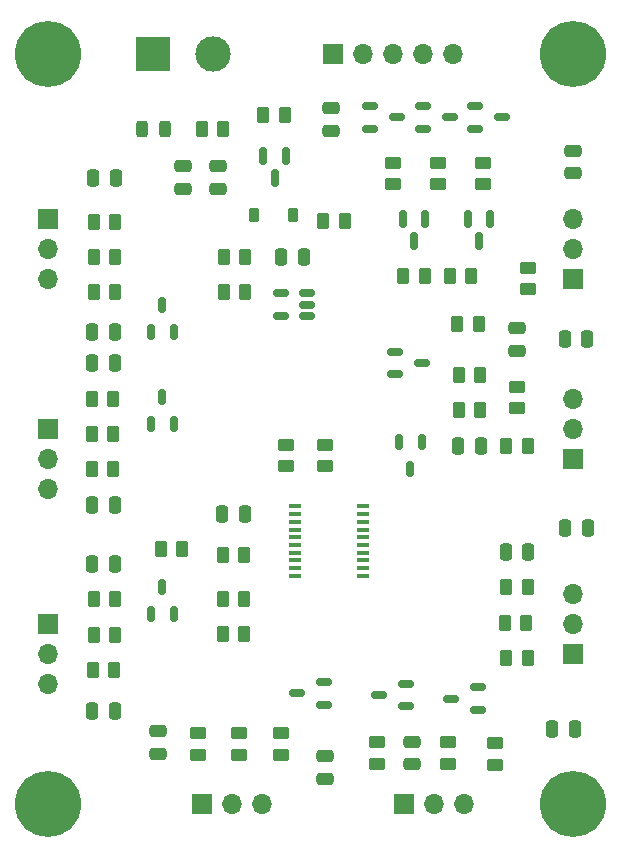
<source format=gbr>
%TF.GenerationSoftware,KiCad,Pcbnew,7.0.5*%
%TF.CreationDate,2023-09-16T15:28:57-07:00*%
%TF.ProjectId,PCF8574DIOI2C,50434638-3537-4344-9449-4f4932432e6b,rev?*%
%TF.SameCoordinates,Original*%
%TF.FileFunction,Soldermask,Top*%
%TF.FilePolarity,Negative*%
%FSLAX46Y46*%
G04 Gerber Fmt 4.6, Leading zero omitted, Abs format (unit mm)*
G04 Created by KiCad (PCBNEW 7.0.5) date 2023-09-16 15:28:57*
%MOMM*%
%LPD*%
G01*
G04 APERTURE LIST*
G04 Aperture macros list*
%AMRoundRect*
0 Rectangle with rounded corners*
0 $1 Rounding radius*
0 $2 $3 $4 $5 $6 $7 $8 $9 X,Y pos of 4 corners*
0 Add a 4 corners polygon primitive as box body*
4,1,4,$2,$3,$4,$5,$6,$7,$8,$9,$2,$3,0*
0 Add four circle primitives for the rounded corners*
1,1,$1+$1,$2,$3*
1,1,$1+$1,$4,$5*
1,1,$1+$1,$6,$7*
1,1,$1+$1,$8,$9*
0 Add four rect primitives between the rounded corners*
20,1,$1+$1,$2,$3,$4,$5,0*
20,1,$1+$1,$4,$5,$6,$7,0*
20,1,$1+$1,$6,$7,$8,$9,0*
20,1,$1+$1,$8,$9,$2,$3,0*%
G04 Aperture macros list end*
%ADD10RoundRect,0.250000X0.450000X-0.262500X0.450000X0.262500X-0.450000X0.262500X-0.450000X-0.262500X0*%
%ADD11RoundRect,0.150000X-0.512500X-0.150000X0.512500X-0.150000X0.512500X0.150000X-0.512500X0.150000X0*%
%ADD12RoundRect,0.250000X-0.262500X-0.450000X0.262500X-0.450000X0.262500X0.450000X-0.262500X0.450000X0*%
%ADD13RoundRect,0.250000X-0.475000X0.250000X-0.475000X-0.250000X0.475000X-0.250000X0.475000X0.250000X0*%
%ADD14RoundRect,0.150000X0.150000X-0.512500X0.150000X0.512500X-0.150000X0.512500X-0.150000X-0.512500X0*%
%ADD15RoundRect,0.250000X0.250000X0.475000X-0.250000X0.475000X-0.250000X-0.475000X0.250000X-0.475000X0*%
%ADD16R,1.700000X1.700000*%
%ADD17O,1.700000X1.700000*%
%ADD18RoundRect,0.250000X0.262500X0.450000X-0.262500X0.450000X-0.262500X-0.450000X0.262500X-0.450000X0*%
%ADD19C,5.600000*%
%ADD20RoundRect,0.250000X-0.450000X0.262500X-0.450000X-0.262500X0.450000X-0.262500X0.450000X0.262500X0*%
%ADD21RoundRect,0.225000X-0.225000X-0.375000X0.225000X-0.375000X0.225000X0.375000X-0.225000X0.375000X0*%
%ADD22RoundRect,0.250000X-0.250000X-0.475000X0.250000X-0.475000X0.250000X0.475000X-0.250000X0.475000X0*%
%ADD23RoundRect,0.250000X0.475000X-0.250000X0.475000X0.250000X-0.475000X0.250000X-0.475000X-0.250000X0*%
%ADD24R,3.000000X3.000000*%
%ADD25C,3.000000*%
%ADD26RoundRect,0.150000X0.512500X0.150000X-0.512500X0.150000X-0.512500X-0.150000X0.512500X-0.150000X0*%
%ADD27RoundRect,0.243750X-0.243750X-0.456250X0.243750X-0.456250X0.243750X0.456250X-0.243750X0.456250X0*%
%ADD28RoundRect,0.150000X-0.150000X0.512500X-0.150000X-0.512500X0.150000X-0.512500X0.150000X0.512500X0*%
%ADD29RoundRect,0.150000X-0.150000X0.587500X-0.150000X-0.587500X0.150000X-0.587500X0.150000X0.587500X0*%
%ADD30R,1.000000X0.400000*%
G04 APERTURE END LIST*
D10*
%TO.C,R19*%
X154000000Y-80825000D03*
X154000000Y-79000000D03*
%TD*%
D11*
%TO.C,D17*%
X146050000Y-55250000D03*
X146050000Y-57150000D03*
X148325000Y-56200000D03*
%TD*%
D12*
%TO.C,R22*%
X118175000Y-100000000D03*
X120000000Y-100000000D03*
%TD*%
D13*
%TO.C,C8*%
X125730000Y-60330000D03*
X125730000Y-62230000D03*
%TD*%
D11*
%TO.C,D2*%
X150500000Y-55250000D03*
X150500000Y-57150000D03*
X152775000Y-56200000D03*
%TD*%
D14*
%TO.C,D25*%
X123050000Y-82137500D03*
X124950000Y-82137500D03*
X124000000Y-79862500D03*
%TD*%
D12*
%TO.C,R16*%
X149087500Y-81000000D03*
X150912500Y-81000000D03*
%TD*%
D15*
%TO.C,C20*%
X150950000Y-84000000D03*
X149050000Y-84000000D03*
%TD*%
D16*
%TO.C,J7*%
X114300000Y-99075000D03*
D17*
X114300000Y-101615000D03*
X114300000Y-104155000D03*
%TD*%
D16*
%TO.C,J5*%
X127365000Y-114300000D03*
D17*
X129905000Y-114300000D03*
X132445000Y-114300000D03*
%TD*%
D18*
%TO.C,R18*%
X150912500Y-78000000D03*
X149087500Y-78000000D03*
%TD*%
D19*
%TO.C,J2*%
X158750000Y-50800000D03*
%TD*%
D18*
%TO.C,R32*%
X120000000Y-70950000D03*
X118175000Y-70950000D03*
%TD*%
D20*
%TO.C,R10*%
X134000000Y-108337500D03*
X134000000Y-110162500D03*
%TD*%
D21*
%TO.C,D3*%
X131750000Y-64500000D03*
X135050000Y-64500000D03*
%TD*%
D22*
%TO.C,C23*%
X118050000Y-106440000D03*
X119950000Y-106440000D03*
%TD*%
D16*
%TO.C,J8*%
X114300000Y-82565000D03*
D17*
X114300000Y-85105000D03*
X114300000Y-87645000D03*
%TD*%
D12*
%TO.C,R40*%
X144397500Y-69645000D03*
X146222500Y-69645000D03*
%TD*%
D15*
%TO.C,C6*%
X119950000Y-94000000D03*
X118050000Y-94000000D03*
%TD*%
D22*
%TO.C,C19*%
X134050000Y-68000000D03*
X135950000Y-68000000D03*
%TD*%
D23*
%TO.C,C39*%
X158750000Y-60950000D03*
X158750000Y-59050000D03*
%TD*%
D12*
%TO.C,R25*%
X118175000Y-68000000D03*
X120000000Y-68000000D03*
%TD*%
D24*
%TO.C,J15*%
X123190000Y-50800000D03*
D25*
X128270000Y-50800000D03*
%TD*%
D18*
%TO.C,R8*%
X154912500Y-102000000D03*
X153087500Y-102000000D03*
%TD*%
D16*
%TO.C,J14*%
X158750000Y-69850000D03*
D17*
X158750000Y-67310000D03*
X158750000Y-64770000D03*
%TD*%
D18*
%TO.C,R3*%
X130912500Y-93250000D03*
X129087500Y-93250000D03*
%TD*%
D22*
%TO.C,C2*%
X158050000Y-75000000D03*
X159950000Y-75000000D03*
%TD*%
D20*
%TO.C,R42*%
X143510000Y-60047500D03*
X143510000Y-61872500D03*
%TD*%
D26*
%TO.C,D4*%
X137668000Y-105918000D03*
X137668000Y-104018000D03*
X135393000Y-104968000D03*
%TD*%
%TO.C,U6*%
X136275000Y-73000000D03*
X136275000Y-72050000D03*
X136275000Y-71100000D03*
X134000000Y-71100000D03*
X134000000Y-73000000D03*
%TD*%
D16*
%TO.C,J13*%
X158750000Y-85090000D03*
D17*
X158750000Y-82550000D03*
X158750000Y-80010000D03*
%TD*%
D16*
%TO.C,J12*%
X144475000Y-114300000D03*
D17*
X147015000Y-114300000D03*
X149555000Y-114300000D03*
%TD*%
D12*
%TO.C,R12*%
X118175000Y-65050000D03*
X120000000Y-65050000D03*
%TD*%
D13*
%TO.C,C4*%
X123619000Y-108189000D03*
X123619000Y-110089000D03*
%TD*%
D10*
%TO.C,R7*%
X127000000Y-110162500D03*
X127000000Y-108337500D03*
%TD*%
D14*
%TO.C,D29*%
X123050000Y-74350000D03*
X124950000Y-74350000D03*
X124000000Y-72075000D03*
%TD*%
D20*
%TO.C,R29*%
X154940000Y-68937500D03*
X154940000Y-70762500D03*
%TD*%
D15*
%TO.C,C7*%
X119950000Y-77000000D03*
X118050000Y-77000000D03*
%TD*%
D18*
%TO.C,R6*%
X130912500Y-99950000D03*
X129087500Y-99950000D03*
%TD*%
D12*
%TO.C,R9*%
X118175000Y-97000000D03*
X120000000Y-97000000D03*
%TD*%
D18*
%TO.C,R28*%
X119825000Y-85950000D03*
X118000000Y-85950000D03*
%TD*%
D16*
%TO.C,J11*%
X114300000Y-64785000D03*
D17*
X114300000Y-67325000D03*
X114300000Y-69865000D03*
%TD*%
D18*
%TO.C,R27*%
X154912500Y-84000000D03*
X153087500Y-84000000D03*
%TD*%
%TO.C,R21*%
X154825000Y-99000000D03*
X153000000Y-99000000D03*
%TD*%
D20*
%TO.C,R1*%
X137750000Y-83925000D03*
X137750000Y-85750000D03*
%TD*%
D10*
%TO.C,R20*%
X130500000Y-110162500D03*
X130500000Y-108337500D03*
%TD*%
D22*
%TO.C,C27*%
X118050000Y-89000000D03*
X119950000Y-89000000D03*
%TD*%
D13*
%TO.C,C9*%
X137750000Y-110300000D03*
X137750000Y-112200000D03*
%TD*%
D22*
%TO.C,C5*%
X153050000Y-93000000D03*
X154950000Y-93000000D03*
%TD*%
D12*
%TO.C,R11*%
X118000000Y-80050000D03*
X119825000Y-80050000D03*
%TD*%
D20*
%TO.C,R41*%
X147320000Y-60047500D03*
X147320000Y-61872500D03*
%TD*%
D15*
%TO.C,C1*%
X130950000Y-89750000D03*
X129050000Y-89750000D03*
%TD*%
D18*
%TO.C,R4*%
X125662500Y-92750000D03*
X123837500Y-92750000D03*
%TD*%
D12*
%TO.C,R58*%
X129175000Y-70950000D03*
X131000000Y-70950000D03*
%TD*%
D20*
%TO.C,R36*%
X152146000Y-109196500D03*
X152146000Y-111021500D03*
%TD*%
D27*
%TO.C,D5*%
X122302500Y-57230000D03*
X124177500Y-57230000D03*
%TD*%
D26*
%TO.C,D11*%
X150738000Y-106360000D03*
X150738000Y-104460000D03*
X148463000Y-105410000D03*
%TD*%
D12*
%TO.C,R23*%
X118000000Y-83000000D03*
X119825000Y-83000000D03*
%TD*%
D11*
%TO.C,D18*%
X141600000Y-55250000D03*
X141600000Y-57150000D03*
X143875000Y-56200000D03*
%TD*%
D13*
%TO.C,C21*%
X154000000Y-74050000D03*
X154000000Y-75950000D03*
%TD*%
D19*
%TO.C,J3*%
X114300000Y-114300000D03*
%TD*%
D15*
%TO.C,C13*%
X160000000Y-91000000D03*
X158100000Y-91000000D03*
%TD*%
D26*
%TO.C,D33*%
X144653000Y-106045000D03*
X144653000Y-104145000D03*
X142378000Y-105095000D03*
%TD*%
D18*
%TO.C,R44*%
X134375000Y-56000000D03*
X132550000Y-56000000D03*
%TD*%
%TO.C,R39*%
X150135000Y-69645000D03*
X148310000Y-69645000D03*
%TD*%
%TO.C,R50*%
X150772500Y-73660000D03*
X148947500Y-73660000D03*
%TD*%
D28*
%TO.C,D1*%
X145950000Y-83725000D03*
X144050000Y-83725000D03*
X145000000Y-86000000D03*
%TD*%
D29*
%TO.C,Q5*%
X134450000Y-59500000D03*
X132550000Y-59500000D03*
X133500000Y-61375000D03*
%TD*%
D13*
%TO.C,C11*%
X145146000Y-109071500D03*
X145146000Y-110971500D03*
%TD*%
D29*
%TO.C,Q1*%
X151760000Y-64770000D03*
X149860000Y-64770000D03*
X150810000Y-66645000D03*
%TD*%
D19*
%TO.C,J1*%
X114300000Y-50800000D03*
%TD*%
D10*
%TO.C,R26*%
X148146000Y-110934000D03*
X148146000Y-109109000D03*
%TD*%
D14*
%TO.C,D15*%
X123050000Y-98275000D03*
X124950000Y-98275000D03*
X124000000Y-96000000D03*
%TD*%
D18*
%TO.C,R24*%
X119912500Y-103000000D03*
X118087500Y-103000000D03*
%TD*%
D10*
%TO.C,R13*%
X142146000Y-110934000D03*
X142146000Y-109109000D03*
%TD*%
D22*
%TO.C,C31*%
X118050000Y-74350000D03*
X119950000Y-74350000D03*
%TD*%
D13*
%TO.C,C3*%
X128740000Y-60330000D03*
X128740000Y-62230000D03*
%TD*%
%TO.C,C14*%
X138275000Y-55437500D03*
X138275000Y-57337500D03*
%TD*%
D15*
%TO.C,C10*%
X120052500Y-61350000D03*
X118152500Y-61350000D03*
%TD*%
D16*
%TO.C,J9*%
X138435000Y-50800000D03*
D17*
X140975000Y-50800000D03*
X143515000Y-50800000D03*
X146055000Y-50800000D03*
X148595000Y-50800000D03*
%TD*%
D12*
%TO.C,R14*%
X153087500Y-96000000D03*
X154912500Y-96000000D03*
%TD*%
D19*
%TO.C,J4*%
X158750000Y-114300000D03*
%TD*%
D20*
%TO.C,R43*%
X151130000Y-60047500D03*
X151130000Y-61872500D03*
%TD*%
D22*
%TO.C,C35*%
X157000000Y-108000000D03*
X158900000Y-108000000D03*
%TD*%
D29*
%TO.C,Q2*%
X146260000Y-64770000D03*
X144360000Y-64770000D03*
X145310000Y-66645000D03*
%TD*%
D18*
%TO.C,R57*%
X131000000Y-68000000D03*
X129175000Y-68000000D03*
%TD*%
D11*
%TO.C,D37*%
X143725000Y-76050000D03*
X143725000Y-77950000D03*
X146000000Y-77000000D03*
%TD*%
D10*
%TO.C,R2*%
X134500000Y-85750000D03*
X134500000Y-83925000D03*
%TD*%
D30*
%TO.C,U1*%
X135200000Y-89150000D03*
X135200000Y-89800000D03*
X135200000Y-90450000D03*
X135200000Y-91100000D03*
X135200000Y-91750000D03*
X135200000Y-92400000D03*
X135200000Y-93050000D03*
X135200000Y-93700000D03*
X135200000Y-94350000D03*
X135200000Y-95000000D03*
X141000000Y-95000000D03*
X141000000Y-94350000D03*
X141000000Y-93700000D03*
X141000000Y-93050000D03*
X141000000Y-92400000D03*
X141000000Y-91750000D03*
X141000000Y-91100000D03*
X141000000Y-90450000D03*
X141000000Y-89800000D03*
X141000000Y-89150000D03*
%TD*%
D12*
%TO.C,R17*%
X127327500Y-57230000D03*
X129152500Y-57230000D03*
%TD*%
%TO.C,R5*%
X129087500Y-97000000D03*
X130912500Y-97000000D03*
%TD*%
D18*
%TO.C,R15*%
X139462500Y-65000000D03*
X137637500Y-65000000D03*
%TD*%
D16*
%TO.C,J6*%
X158750000Y-101600000D03*
D17*
X158750000Y-99060000D03*
X158750000Y-96520000D03*
%TD*%
M02*

</source>
